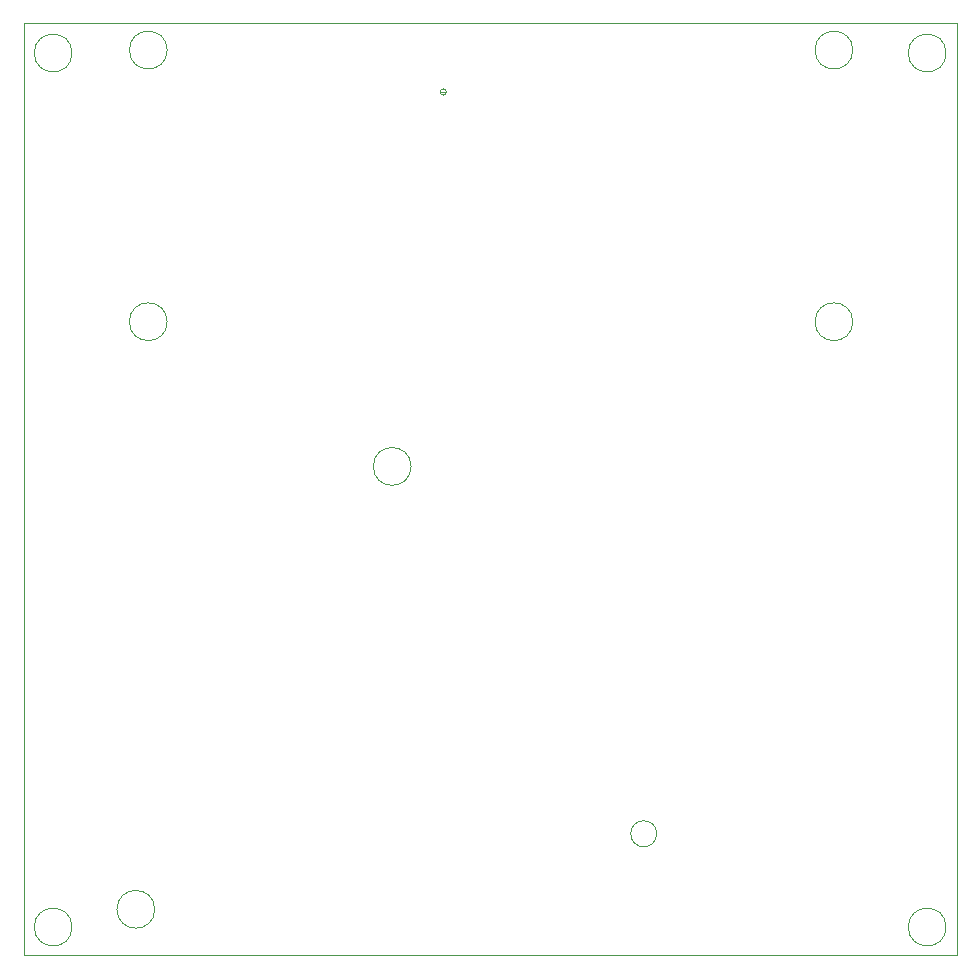
<source format=gbr>
%TF.GenerationSoftware,KiCad,Pcbnew,9.0.7*%
%TF.CreationDate,2026-01-09T13:12:47-06:00*%
%TF.ProjectId,dreamV1_0,64726561-6d56-4315-9f30-2e6b69636164,1*%
%TF.SameCoordinates,Original*%
%TF.FileFunction,Profile,NP*%
%FSLAX46Y46*%
G04 Gerber Fmt 4.6, Leading zero omitted, Abs format (unit mm)*
G04 Created by KiCad (PCBNEW 9.0.7) date 2026-01-09 13:12:47*
%MOMM*%
%LPD*%
G01*
G04 APERTURE LIST*
%TA.AperFunction,Profile*%
%ADD10C,0.050000*%
%TD*%
%TA.AperFunction,Profile*%
%ADD11C,0.010000*%
%TD*%
G04 APERTURE END LIST*
D10*
X20700000Y24250000D02*
G75*
G02*
X17500000Y24250000I-1600000J0D01*
G01*
X17500000Y24250000D02*
G75*
G02*
X20700000Y24250000I1600000J0D01*
G01*
X28600000Y-27000000D02*
G75*
G02*
X25400000Y-27000000I-1600000J0D01*
G01*
X25400000Y-27000000D02*
G75*
G02*
X28600000Y-27000000I1600000J0D01*
G01*
X20700000Y47250000D02*
G75*
G02*
X17500000Y47250000I-1600000J0D01*
G01*
X17500000Y47250000D02*
G75*
G02*
X20700000Y47250000I1600000J0D01*
G01*
X4100000Y-19100000D02*
G75*
G02*
X1900000Y-19100000I-1100000J0D01*
G01*
X1900000Y-19100000D02*
G75*
G02*
X4100000Y-19100000I1100000J0D01*
G01*
X-38400000Y-25500000D02*
G75*
G02*
X-41600000Y-25500000I-1600000J0D01*
G01*
X-41600000Y-25500000D02*
G75*
G02*
X-38400000Y-25500000I1600000J0D01*
G01*
X-45400000Y47000000D02*
G75*
G02*
X-48600000Y47000000I-1600000J0D01*
G01*
X-48600000Y47000000D02*
G75*
G02*
X-45400000Y47000000I1600000J0D01*
G01*
X-37350000Y47250000D02*
G75*
G02*
X-40550000Y47250000I-1600000J0D01*
G01*
X-40550000Y47250000D02*
G75*
G02*
X-37350000Y47250000I1600000J0D01*
G01*
X-37350000Y24250000D02*
G75*
G02*
X-40550000Y24250000I-1600000J0D01*
G01*
X-40550000Y24250000D02*
G75*
G02*
X-37350000Y24250000I1600000J0D01*
G01*
X-45400000Y-27000000D02*
G75*
G02*
X-48600000Y-27000000I-1600000J0D01*
G01*
X-48600000Y-27000000D02*
G75*
G02*
X-45400000Y-27000000I1600000J0D01*
G01*
X28600000Y47000000D02*
G75*
G02*
X25400000Y47000000I-1600000J0D01*
G01*
X25400000Y47000000D02*
G75*
G02*
X28600000Y47000000I1600000J0D01*
G01*
X-16700000Y12000000D02*
G75*
G02*
X-19900000Y12000000I-1600000J0D01*
G01*
X-19900000Y12000000D02*
G75*
G02*
X-16700000Y12000000I1600000J0D01*
G01*
X-49500000Y49500000D02*
X29500000Y49500000D01*
X29500000Y-29400000D01*
X-49500000Y-29400000D01*
X-49500000Y49500000D01*
D11*
%TO.C,J11*%
X-14180000Y43700000D02*
X-13760000Y43700000D01*
D10*
X-13700000Y43700000D02*
G75*
G02*
X-14240000Y43700000I-270000J0D01*
G01*
X-14240000Y43700000D02*
G75*
G02*
X-13700000Y43700000I270000J0D01*
G01*
%TD*%
M02*

</source>
